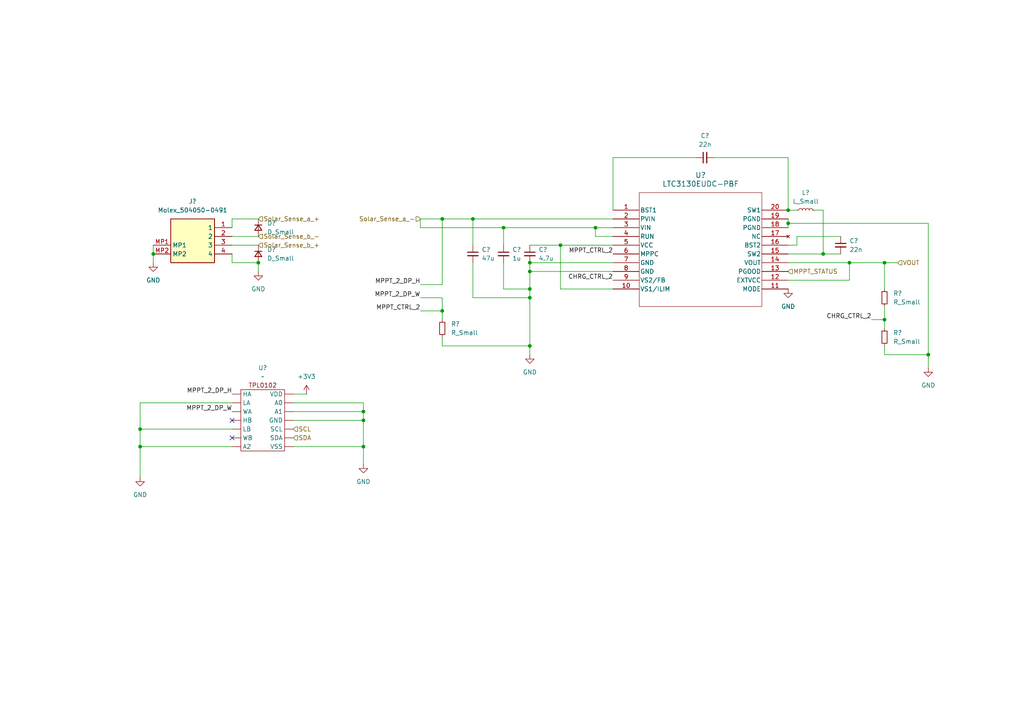
<source format=kicad_sch>
(kicad_sch (version 20231120) (generator "eeschema") (generator_version "8.0")
  (paper "A4")
  (lib_symbols
    (symbol "Device:C_Small" (pin_numbers hide) (pin_names (offset 0.254) hide)
      (property "Reference" "C" (at 0.254 1.778 0))
      (property "Value" "C_Small" (at 0.254 -2.032 0))
      (symbol "C_Small_0_1"
        (polyline (pts (xy -1.524 -0.508) (xy 1.524 -0.508)) (stroke (width 0.3302)))
        (polyline (pts (xy -1.524 0.508) (xy 1.524 0.508)) (stroke (width 0.3048)))
      )
      (symbol "C_Small_1_1"
        (pin passive line (at 0 2.54 270) (length 2.032) (name "~") (number "1"))
        (pin passive line (at 0 -2.54 90) (length 2.032) (name "~") (number "2"))
      )
    )
    (symbol "Device:D_Small" (pin_numbers hide) (pin_names (offset 0.254) hide)
      (property "Reference" "D" (at -1.27 2.032 0))
      (property "Value" "D_Small" (at -3.81 -2.032 0))
      (symbol "D_Small_0_1"
        (polyline (pts (xy -0.762 -1.016) (xy -0.762 1.016)) (stroke (width 0.254)))
        (polyline (pts (xy -0.762 0) (xy 0.762 0)))
        (polyline (pts (xy 0.762 -1.016) (xy -0.762 0) (xy 0.762 1.016) (xy 0.762 -1.016)) (stroke (width 0.254)))
      )
      (symbol "D_Small_1_1"
        (pin passive line (at -2.54 0 0) (length 1.778) (name "K") (number "1"))
        (pin passive line (at 2.54 0 180) (length 1.778) (name "A") (number "2"))
      )
    )
    (symbol "Device:L_Small" (pin_numbers hide) (pin_names (offset 0.254) hide)
      (property "Reference" "L" (at 0.762 1.016 0))
      (property "Value" "L_Small" (at 0.762 -1.016 0))
      (symbol "L_Small_0_1"
        (arc (start 0 -2.032) (mid 0.5058 -1.524) (end 0 -1.016))
        (arc (start 0 -1.016) (mid 0.5058 -0.508) (end 0 0))
        (arc (start 0 0) (mid 0.5058 0.508) (end 0 1.016))
        (arc (start 0 1.016) (mid 0.5058 1.524) (end 0 2.032))
      )
      (symbol "L_Small_1_1"
        (pin passive line (at 0 2.54 270) (length 0.508) (name "~") (number "1"))
        (pin passive line (at 0 -2.54 90) (length 0.508) (name "~") (number "2"))
      )
    )
    (symbol "Device:R_Small" (pin_numbers hide) (pin_names (offset 0.254) hide)
      (property "Reference" "R" (at 0.762 0.508 0))
      (property "Value" "R_Small" (at 0.762 -1.016 0))
      (symbol "R_Small_0_1"
        (rectangle (start -0.762 1.778) (end 0.762 -1.778) (stroke (width 0.2032)))
      )
      (symbol "R_Small_1_1"
        (pin passive line (at 0 2.54 270) (length 0.762) (name "~") (number "1"))
        (pin passive line (at 0 -2.54 90) (length 0.762) (name "~") (number "2"))
      )
    )
    (symbol "LTC3130:LTC3130EUDC-PBF" (pin_names (offset 0.254))
      (property "Reference" "U" (at 25.4 10.16 0))
      (property "Value" "LTC3130EUDC-PBF" (at 25.4 7.62 0))
      (symbol "LTC3130EUDC-PBF_0_1"
        (polyline (pts (xy 7.62 -27.94) (xy 43.18 -27.94)) (stroke (width 0.127)))
        (polyline (pts (xy 7.62 5.08) (xy 7.62 -27.94)) (stroke (width 0.127)))
        (polyline (pts (xy 43.18 -27.94) (xy 43.18 5.08)) (stroke (width 0.127)))
        (polyline (pts (xy 43.18 5.08) (xy 7.62 5.08)) (stroke (width 0.127)))
        (pin unspecified line (at 0 0 0) (length 7.62) (name "BST1") (number "1"))
        (pin bidirectional line (at 0 -22.86 0) (length 7.62) (name "VS1/ILIM") (number "10"))
        (pin unspecified line (at 50.8 -22.86 180) (length 7.62) (name "MODE") (number "11"))
        (pin input line (at 50.8 -20.32 180) (length 7.62) (name "EXTVCC") (number "12"))
        (pin output line (at 50.8 -17.78 180) (length 7.62) (name "PGOOD") (number "13"))
        (pin output line (at 50.8 -15.24 180) (length 7.62) (name "VOUT") (number "14"))
        (pin unspecified line (at 50.8 -12.7 180) (length 7.62) (name "SW2") (number "15"))
        (pin unspecified line (at 50.8 -10.16 180) (length 7.62) (name "BST2") (number "16"))
        (pin no_connect line (at 50.8 -7.62 180) (length 7.62) (name "NC") (number "17"))
        (pin power_out line (at 50.8 -5.08 180) (length 7.62) (name "PGND") (number "18"))
        (pin power_out line (at 50.8 -2.54 180) (length 7.62) (name "PGND") (number "19"))
        (pin input line (at 0 -2.54 0) (length 7.62) (name "PVIN") (number "2"))
        (pin unspecified line (at 50.8 0 180) (length 7.62) (name "SW1") (number "20"))
        (pin input line (at 0 -5.08 0) (length 7.62) (name "VIN") (number "3"))
        (pin input line (at 0 -7.62 0) (length 7.62) (name "RUN") (number "4"))
        (pin power_in line (at 0 -10.16 0) (length 7.62) (name "VCC") (number "5"))
        (pin unspecified line (at 0 -12.7 0) (length 7.62) (name "MPPC") (number "6"))
        (pin power_out line (at 0 -15.24 0) (length 7.62) (name "GND") (number "7"))
        (pin power_out line (at 0 -17.78 0) (length 7.62) (name "GND") (number "8"))
        (pin bidirectional line (at 0 -20.32 0) (length 7.62) (name "VS2/FB") (number "9"))
      )
    )
    (symbol "power:+3V3" (power) (pin_numbers hide) (pin_names (offset 0) hide)
      (property "Value" "+3V3" (at 0 3.556 0))
      (symbol "+3V3_0_1"
        (polyline (pts (xy -0.762 1.27) (xy 0 2.54)))
        (polyline (pts (xy 0 0) (xy 0 2.54)))
        (polyline (pts (xy 0 2.54) (xy 0.762 1.27)))
      )
      (symbol "+3V3_1_1"
        (pin power_in line (at 0 0 90) (length 0) (name "~") (number "1"))
      )
    )
    (symbol "power:GND" (power) (pin_numbers hide) (pin_names (offset 0) hide)
      (property "Value" "GND" (at 0 -3.81 0))
      (symbol "GND_0_1"
        (polyline (pts (xy 0 0) (xy 0 -1.27) (xy 1.27 -1.27) (xy 0 -2.54) (xy -1.27 -1.27) (xy 0 -1.27)))
      )
      (symbol "GND_1_1"
        (pin power_in line (at 0 0 270) (length 0) (name "~") (number "1"))
      )
    )
    (symbol "power_board_symbols:TPL0102"
      (property "Reference" "U" (at 0 0 0))
      (symbol "TPL0102_0_1"
        (rectangle (start -6.35 8.89) (end 6.35 -8.89))
      )
      (symbol "TPL0102_1_1"
        (text "TPL0102" (at 0 10.16 0) (effects (font (size 1.27 1.27))))
        (pin input line (at 8.89 5.08 180) (length 2.54) (name "A0") (number ""))
        (pin input line (at 8.89 2.54 180) (length 2.54) (name "A1") (number ""))
        (pin output line (at -8.89 -7.62 0) (length 2.54) (name "A2") (number ""))
        (pin input line (at 8.89 0 180) (length 2.54) (name "GND") (number ""))
        (pin input line (at -8.89 7.62 0) (length 2.54) (name "HA") (number ""))
        (pin input line (at -8.89 0 0) (length 2.54) (name "HB") (number ""))
        (pin output line (at -8.89 5.08 0) (length 2.54) (name "LA") (number ""))
        (pin output line (at -8.89 -2.54 0) (length 2.54) (name "LB") (number ""))
        (pin input line (at 8.89 -2.54 180) (length 2.54) (name "SCL") (number ""))
        (pin output line (at 8.89 -5.08 180) (length 2.54) (name "SDA") (number ""))
        (pin input line (at 8.89 7.62 180) (length 2.54) (name "VDD") (number ""))
        (pin input line (at 8.89 -7.62 180) (length 2.54) (name "VSS") (number ""))
        (pin output line (at -8.89 2.54 0) (length 2.54) (name "WA") (number ""))
        (pin output line (at -8.89 -5.08 0) (length 2.54) (name "WB") (number ""))
      )
    )
    (symbol "tvsc_symbols:Molex_504050-0491"
      (property "Reference" "J" (at 19.05 7.62 0))
      (property "Value" "Molex_504050-0491" (at 19.05 5.08 0))
      (symbol "Molex_504050-0491_1_1"
        (rectangle (start 5.08 2.54) (end 17.78 -10.16) (stroke (width 0.254)) (fill (type background)))
        (pin passive line (at 0 -7.62 0) (length 5.08) (name "1") (number "1"))
        (pin passive line (at 0 -5.08 0) (length 5.08) (name "2") (number "2"))
        (pin passive line (at 0 -2.54 0) (length 5.08) (name "3") (number "3"))
        (pin passive line (at 0 0 0) (length 5.08) (name "4") (number "4"))
        (pin passive line (at 22.86 -2.54 180) (length 5.08) (name "MP1") (number "MP1"))
        (pin passive line (at 22.86 0 180) (length 5.08) (name "MP2") (number "MP2"))
      )
    )
  )
  (junction (at 40.64 129.54))
  (junction (at 105.41 119.38))
  (junction (at 269.24 102.87))
  (junction (at 44.45 73.66))
  (junction (at 228.6 64.77))
  (junction (at 256.54 92.71))
  (junction (at 153.67 100.33))
  (junction (at 146.05 66.04))
  (junction (at 172.72 66.04))
  (junction (at 105.41 121.92))
  (junction (at 153.67 78.74))
  (junction (at 153.67 83.82))
  (junction (at 228.6 60.96))
  (junction (at 256.54 76.2))
  (junction (at 40.64 124.46))
  (junction (at 246.38 76.2))
  (junction (at 238.76 73.66))
  (junction (at 128.27 90.17))
  (junction (at 137.16 63.5))
  (junction (at 153.67 86.36))
  (junction (at 153.67 76.2))
  (junction (at 74.93 76.2))
  (junction (at 128.27 63.5))
  (junction (at 105.41 129.54))
  (junction (at 162.56 71.12))
  (no_connect (at 67.31 127))
  (no_connect (at 67.31 121.92))
  (wire (pts (xy 105.41 129.54) (xy 105.41 134.62)))
  (wire (pts (xy 162.56 83.82) (xy 162.56 71.12)))
  (wire (pts (xy 146.05 76.2) (xy 146.05 83.82)))
  (wire (pts (xy 172.72 68.58) (xy 172.72 66.04)))
  (wire (pts (xy 177.8 45.72) (xy 177.8 60.96)))
  (wire (pts (xy 121.92 66.04) (xy 121.92 63.5)))
  (wire (pts (xy 238.76 60.96) (xy 236.22 60.96)))
  (wire (pts (xy 105.41 119.38) (xy 105.41 121.92)))
  (wire (pts (xy 67.31 68.58) (xy 74.93 68.58)))
  (wire (pts (xy 74.93 63.5) (xy 67.31 63.5)))
  (wire (pts (xy 228.6 64.77) (xy 269.24 64.77)))
  (wire (pts (xy 256.54 76.2) (xy 256.54 83.82)))
  (wire (pts (xy 128.27 100.33) (xy 153.67 100.33)))
  (wire (pts (xy 40.64 124.46) (xy 67.31 124.46)))
  (wire (pts (xy 85.09 119.38) (xy 105.41 119.38)))
  (wire (pts (xy 128.27 63.5) (xy 128.27 82.55)))
  (wire (pts (xy 238.76 73.66) (xy 238.76 60.96)))
  (wire (pts (xy 201.93 45.72) (xy 177.8 45.72)))
  (wire (pts (xy 137.16 63.5) (xy 177.8 63.5)))
  (wire (pts (xy 85.09 121.92) (xy 105.41 121.92)))
  (wire (pts (xy 243.84 68.58) (xy 231.14 68.58)))
  (wire (pts (xy 128.27 90.17) (xy 128.27 92.71)))
  (wire (pts (xy 146.05 83.82) (xy 153.67 83.82)))
  (wire (pts (xy 128.27 97.79) (xy 128.27 100.33)))
  (wire (pts (xy 137.16 71.12) (xy 137.16 63.5)))
  (wire (pts (xy 40.64 116.84) (xy 67.31 116.84)))
  (wire (pts (xy 256.54 102.87) (xy 269.24 102.87)))
  (wire (pts (xy 85.09 116.84) (xy 105.41 116.84)))
  (wire (pts (xy 256.54 88.9) (xy 256.54 92.71)))
  (wire (pts (xy 246.38 81.28) (xy 246.38 76.2)))
  (wire (pts (xy 128.27 63.5) (xy 137.16 63.5)))
  (wire (pts (xy 269.24 102.87) (xy 269.24 106.68)))
  (wire (pts (xy 121.92 82.55) (xy 128.27 82.55)))
  (wire (pts (xy 121.92 66.04) (xy 146.05 66.04)))
  (wire (pts (xy 146.05 66.04) (xy 172.72 66.04)))
  (wire (pts (xy 105.41 121.92) (xy 105.41 129.54)))
  (wire (pts (xy 153.67 78.74) (xy 177.8 78.74)))
  (wire (pts (xy 146.05 71.12) (xy 146.05 66.04)))
  (wire (pts (xy 162.56 71.12) (xy 177.8 71.12)))
  (wire (pts (xy 231.14 68.58) (xy 231.14 71.12)))
  (wire (pts (xy 207.01 45.72) (xy 228.6 45.72)))
  (wire (pts (xy 153.67 71.12) (xy 162.56 71.12)))
  (wire (pts (xy 67.31 76.2) (xy 67.31 73.66)))
  (wire (pts (xy 128.27 86.36) (xy 128.27 90.17)))
  (wire (pts (xy 121.92 86.36) (xy 128.27 86.36)))
  (wire (pts (xy 74.93 76.2) (xy 74.93 78.74)))
  (wire (pts (xy 153.67 86.36) (xy 153.67 100.33)))
  (wire (pts (xy 153.67 76.2) (xy 177.8 76.2)))
  (wire (pts (xy 256.54 76.2) (xy 260.35 76.2)))
  (wire (pts (xy 252.73 92.71) (xy 256.54 92.71)))
  (wire (pts (xy 246.38 76.2) (xy 256.54 76.2)))
  (wire (pts (xy 228.6 64.77) (xy 228.6 66.04)))
  (wire (pts (xy 121.92 90.17) (xy 128.27 90.17)))
  (wire (pts (xy 246.38 76.2) (xy 228.6 76.2)))
  (wire (pts (xy 243.84 73.66) (xy 238.76 73.66)))
  (wire (pts (xy 256.54 92.71) (xy 256.54 95.25)))
  (wire (pts (xy 269.24 64.77) (xy 269.24 102.87)))
  (wire (pts (xy 67.31 71.12) (xy 74.93 71.12)))
  (wire (pts (xy 177.8 83.82) (xy 162.56 83.82)))
  (wire (pts (xy 85.09 129.54) (xy 105.41 129.54)))
  (wire (pts (xy 153.67 83.82) (xy 153.67 78.74)))
  (wire (pts (xy 177.8 68.58) (xy 172.72 68.58)))
  (wire (pts (xy 40.64 129.54) (xy 40.64 124.46)))
  (wire (pts (xy 228.6 45.72) (xy 228.6 60.96)))
  (wire (pts (xy 44.45 71.12) (xy 44.45 73.66)))
  (wire (pts (xy 153.67 100.33) (xy 153.67 102.87)))
  (wire (pts (xy 74.93 76.2) (xy 67.31 76.2)))
  (wire (pts (xy 121.92 63.5) (xy 128.27 63.5)))
  (wire (pts (xy 40.64 124.46) (xy 40.64 116.84)))
  (wire (pts (xy 67.31 63.5) (xy 67.31 66.04)))
  (wire (pts (xy 153.67 86.36) (xy 153.67 83.82)))
  (wire (pts (xy 105.41 116.84) (xy 105.41 119.38)))
  (wire (pts (xy 228.6 63.5) (xy 228.6 64.77)))
  (wire (pts (xy 85.09 114.3) (xy 88.9 114.3)))
  (wire (pts (xy 228.6 73.66) (xy 238.76 73.66)))
  (wire (pts (xy 231.14 71.12) (xy 228.6 71.12)))
  (wire (pts (xy 137.16 86.36) (xy 153.67 86.36)))
  (wire (pts (xy 44.45 73.66) (xy 44.45 76.2)))
  (wire (pts (xy 40.64 129.54) (xy 67.31 129.54)))
  (wire (pts (xy 153.67 78.74) (xy 153.67 76.2)))
  (wire (pts (xy 172.72 66.04) (xy 177.8 66.04)))
  (wire (pts (xy 231.14 60.96) (xy 228.6 60.96)))
  (wire (pts (xy 228.6 81.28) (xy 246.38 81.28)))
  (wire (pts (xy 40.64 138.43) (xy 40.64 129.54)))
  (wire (pts (xy 137.16 76.2) (xy 137.16 86.36)))
  (wire (pts (xy 256.54 100.33) (xy 256.54 102.87)))
  (label "MPPT_CTRL_2" (at 121.92 90.17 180))
  (label "CHRG_CTRL_2" (at 252.73 92.71 180))
  (label "MPPT_2_DP_H" (at 67.31 114.3 180))
  (label "MPPT_CTRL_2" (at 177.8 73.66 180))
  (label "CHRG_CTRL_2" (at 177.8 81.28 180))
  (label "MPPT_2_DP_W" (at 121.92 86.36 180))
  (label "MPPT_2_DP_H" (at 121.92 82.55 180))
  (label "MPPT_2_DP_W" (at 67.31 119.38 180))
  (hierarchical_label "Solar_Sense_b_+" (shape input) (at 74.93 71.12 0))
  (hierarchical_label "Solar_Sense_a_+" (shape input) (at 74.93 63.5 0))
  (hierarchical_label "SDA" (shape input) (at 85.09 127 0))
  (hierarchical_label "Solar_Sense_b_-" (shape input) (at 74.93 68.58 0))
  (hierarchical_label "MPPT_STATUS" (shape input) (at 228.6 78.74 0))
  (hierarchical_label "VOUT" (shape input) (at 260.35 76.2 0))
  (hierarchical_label "Solar_Sense_a_-" (shape input) (at 121.92 63.5 180))
  (hierarchical_label "SCL" (shape input) (at 85.09 124.46 0))
  (symbol (lib_id "Device:C_Small") (at 153.67 73.66 0) (unit 1)
    (property "Reference" "C?" (at 156.21 72.3962 0) (effects (justify left)))
    (property "Value" "4.7u" (at 156.21 74.9362 0) (effects (justify left)))
    (property "Description" "Unpolarized capacitor, small symbol" (effects (hide yes)))
  )
  (symbol (lib_id "Device:C_Small") (at 243.84 71.12 0) (unit 1)
    (property "Reference" "C?" (at 246.38 69.8562 0) (effects (justify left)))
    (property "Value" "22n" (at 246.38 72.3962 0) (effects (justify left)))
    (property "Description" "Unpolarized capacitor, small symbol" (effects (hide yes)))
  )
  (symbol (lib_id "power_board_symbols:TPL0102") (at 76.2 121.92 0) (unit 1)
    (property "Reference" "U?" (at 76.2 106.68 0))
    (property "Value" "~" (at 76.2 109.22 0))
  )
  (symbol (lib_id "Device:C_Small") (at 146.05 73.66 0) (unit 1)
    (property "Reference" "C?" (at 148.59 72.3962 0) (effects (justify left)))
    (property "Value" "1u" (at 148.59 74.9362 0) (effects (justify left)))
    (property "Description" "Unpolarized capacitor, small symbol" (effects (hide yes)))
  )
  (symbol (lib_id "Device:D_Small") (at 74.93 73.66 270) (unit 1)
    (property "Reference" "D?" (at 77.47 72.3899 90) (effects (justify left)))
    (property "Value" "D_Small" (at 77.47 74.9299 90) (effects (justify left)))
    (property "Description" "Diode, small symbol" (effects (hide yes)))
    (property "Sim.Device" "D" (effects (hide yes)))
    (property "Sim.Pins" "1=K 2=A" (effects (hide yes)))
  )
  (symbol (lib_id "power:GND") (at 74.93 78.74 0) (unit 1)
    (property "Reference" "#PWR07" (effects (hide yes)))
    (property "Value" "GND" (at 74.93 83.82 0))
    (property "Description" "Power symbol creates a global label with name \"GND\" , ground" (effects (hide yes)))
  )
  (symbol (lib_id "LTC3130:LTC3130EUDC-PBF") (at 177.8 60.96 0) (unit 1)
    (property "Reference" "U?" (at 203.2 50.8 0) (effects (font (size 1.524 1.524))))
    (property "Value" "LTC3130EUDC-PBF" (at 203.2 53.34 0) (effects (font (size 1.524 1.524))))
    (property "Footprint" "UDC_20_ADI" (effects (hide yes)))
    (property "Datasheet" "LTC3130EUDC-PBF" (effects (hide yes)))
  )
  (symbol (lib_id "Device:R_Small") (at 256.54 97.79 0) (unit 1)
    (property "Reference" "R?" (at 259.08 96.5199 0) (effects (justify left)))
    (property "Value" "R_Small" (at 259.08 99.0599 0) (effects (justify left)))
    (property "Description" "Resistor, small symbol" (effects (hide yes)))
  )
  (symbol (lib_id "power:GND") (at 153.67 102.87 0) (unit 1)
    (property "Reference" "#PWR010" (effects (hide yes)))
    (property "Value" "GND" (at 153.67 107.95 0))
    (property "Description" "Power symbol creates a global label with name \"GND\" , ground" (effects (hide yes)))
  )
  (symbol (lib_id "power:GND") (at 105.41 134.62 0) (unit 1)
    (property "Reference" "#PWR09" (effects (hide yes)))
    (property "Value" "GND" (at 105.41 139.7 0))
    (property "Description" "Power symbol creates a global label with name \"GND\" , ground" (effects (hide yes)))
  )
  (symbol (lib_id "tvsc_symbols:Molex_504050-0491") (at 67.31 73.66 180) (unit 1)
    (property "Reference" "J?" (at 55.88 58.42 0))
    (property "Value" "Molex_504050-0491" (at 55.88 60.96 0))
    (property "Footprint" "footprints:Molex_504050-0491" (effects (hide yes)))
    (property "Datasheet" "http://www.molex.com/pdm_docs/sd/5040500491_sd.pdf" (effects (hide yes)))
    (property "Description" "4-pin Pico-Lock Header" (effects (hide yes)))
    (property "Manufacturer" "Molex" (effects (hide yes)))
    (property "Manufacturer Part Number" "504050-0491" (effects (hide yes)))
    (property "MPN" "C177235" (effects (hide yes)))
  )
  (symbol (lib_id "power:+3V3") (at 88.9 114.3 0) (unit 1)
    (property "Reference" "#PWR08" (effects (hide yes)))
    (property "Value" "+3V3" (at 88.9 109.22 0))
    (property "Description" "Power symbol creates a global label with name \"+3V3\"" (effects (hide yes)))
  )
  (symbol (lib_id "Device:C_Small") (at 204.47 45.72 90) (unit 1)
    (property "Reference" "C?" (at 204.4763 39.37 90))
    (property "Value" "22n" (at 204.4763 41.91 90))
    (property "Description" "Unpolarized capacitor, small symbol" (effects (hide yes)))
  )
  (symbol (lib_id "power:GND") (at 40.64 138.43 0) (unit 1)
    (property "Reference" "#PWR05" (effects (hide yes)))
    (property "Value" "GND" (at 40.64 143.51 0))
    (property "Description" "Power symbol creates a global label with name \"GND\" , ground" (effects (hide yes)))
  )
  (symbol (lib_id "Device:L_Small") (at 233.68 60.96 90) (unit 1)
    (property "Reference" "L?" (at 233.68 55.88 90))
    (property "Value" "L_Small" (at 233.68 58.42 90))
    (property "Description" "Inductor, small symbol" (effects (hide yes)))
  )
  (symbol (lib_id "Device:D_Small") (at 74.93 66.04 270) (unit 1)
    (property "Reference" "D?" (at 77.47 64.7699 90) (effects (justify left)))
    (property "Value" "D_Small" (at 77.47 67.3099 90) (effects (justify left)))
    (property "Description" "Diode, small symbol" (effects (hide yes)))
    (property "Sim.Device" "D" (effects (hide yes)))
    (property "Sim.Pins" "1=K 2=A" (effects (hide yes)))
  )
  (symbol (lib_id "power:GND") (at 44.45 76.2 0) (unit 1)
    (property "Reference" "#PWR06" (effects (hide yes)))
    (property "Value" "GND" (at 44.45 81.28 0))
    (property "Description" "Power symbol creates a global label with name \"GND\" , ground" (effects (hide yes)))
  )
  (symbol (lib_id "Device:R_Small") (at 128.27 95.25 0) (unit 1)
    (property "Reference" "R?" (at 130.81 93.9799 0) (effects (justify left)))
    (property "Value" "R_Small" (at 130.81 96.5199 0) (effects (justify left)))
    (property "Description" "Resistor, small symbol" (effects (hide yes)))
  )
  (symbol (lib_id "Device:R_Small") (at 256.54 86.36 0) (unit 1)
    (property "Reference" "R?" (at 259.08 85.0899 0) (effects (justify left)))
    (property "Value" "R_Small" (at 259.08 87.6299 0) (effects (justify left)))
    (property "Description" "Resistor, small symbol" (effects (hide yes)))
  )
  (symbol (lib_id "power:GND") (at 269.24 106.68 0) (unit 1)
    (property "Reference" "#PWR0100" (effects (hide yes)))
    (property "Value" "GND" (at 269.24 111.76 0))
    (property "Description" "Power symbol creates a global label with name \"GND\" , ground" (effects (hide yes)))
  )
  (symbol (lib_id "Device:C_Small") (at 137.16 73.66 0) (unit 1)
    (property "Reference" "C?" (at 139.7 72.3962 0) (effects (justify left)))
    (property "Value" "47u" (at 139.7 74.9362 0) (effects (justify left)))
    (property "Description" "Unpolarized capacitor, small symbol" (effects (hide yes)))
  )
  (symbol (lib_id "power:GND") (at 228.6 83.82 0) (unit 1)
    (property "Reference" "#PWR011" (effects (hide yes)))
    (property "Value" "GND" (at 228.6 88.9 0))
    (property "Description" "Power symbol creates a global label with name \"GND\" , ground" (effects (hide yes)))
  )
)
</source>
